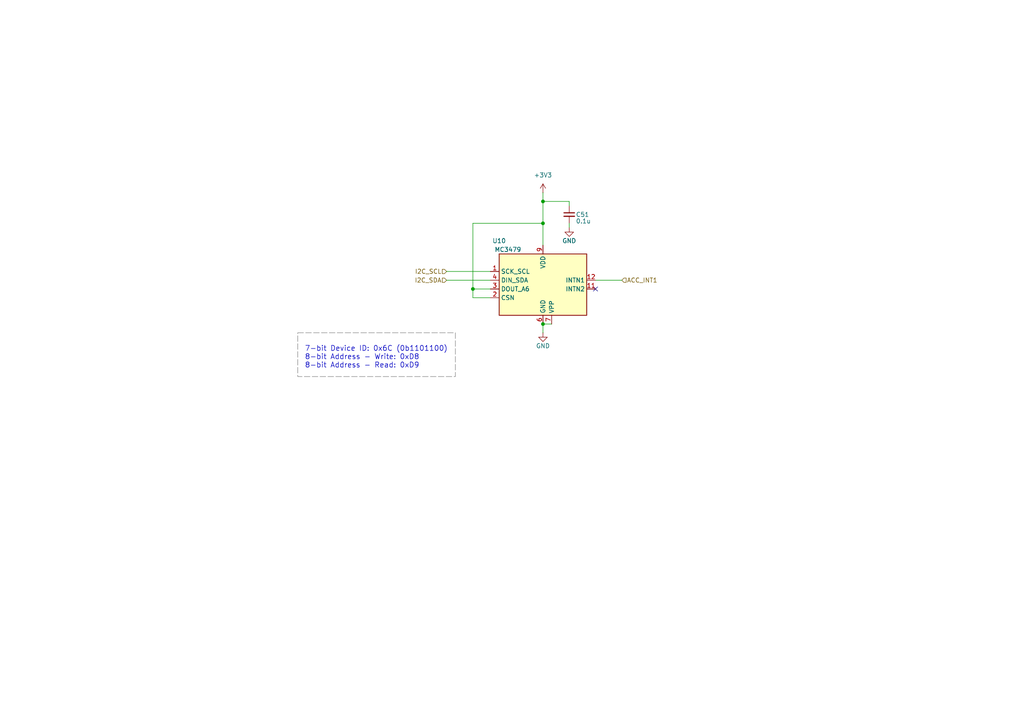
<source format=kicad_sch>
(kicad_sch (version 20250114) (generator "eeschema") (generator_version "9.0")
  (paper "A4")
  (lib_symbols
    (symbol "Device:C_Small" (pin_numbers (hide yes)) (pin_names (offset 0.254) (hide yes))
      (property "Reference" "C" (at 0.254 1.778 0))
      (property "Value" "C_Small" (at 0.254 -2.032 0))
      (symbol "C_Small_0_1"
        (polyline (pts (xy -1.524 0.508) (xy 1.524 0.508)) (stroke (width 0.3048)))
        (polyline (pts (xy -1.524 -0.508) (xy 1.524 -0.508)) (stroke (width 0.3302)))
      )
      (symbol "C_Small_1_1"
        (pin passive line (at 0 2.54 270) (length 2.032) (name "~") (number "1"))
        (pin passive line (at 0 -2.54 90) (length 2.032) (name "~") (number "2"))
      )
    )
    (symbol "My Libraries:MC3479"
      (property "Reference" "U" (at -10.16 12.7 0))
      (property "Value" "MC3479" (at -7.62 10.16 0))
      (symbol "MC3479_0_1"
        (rectangle (start -12.7 7.62) (end 12.7 -10.16) (stroke (width 0.254)) (fill (type background)))
      )
      (symbol "MC3479_1_1"
        (pin input line (at -15.24 2.54 0) (length 2.54) (name "SCK_SCL") (number "1"))
        (pin input line (at -15.24 0 0) (length 2.54) (name "DIN_SDA") (number "4"))
        (pin output line (at -15.24 -2.54 0) (length 2.54) (name "DOUT_A6") (number "3"))
        (pin input line (at -15.24 -5.08 0) (length 2.54) (name "CSN") (number "2"))
        (pin power_in line (at 0 10.16 270) (length 2.54) (name "VDD") (number "9"))
        (pin power_in line (at 0 -12.7 90) (length 2.54) (name "GND") (number "6"))
        (pin power_in line (at 2.54 -12.7 90) (length 2.54) (name "VPP") (number "7"))
        (pin no_connect line (at 15.24 5.08 180) (length 2.54) (hide yes) (name "NC") (number "5"))
        (pin output line (at 15.24 0 180) (length 2.54) (name "INTN1") (number "12"))
        (pin output line (at 15.24 -2.54 180) (length 2.54) (name "INTN2") (number "11"))
        (pin no_connect line (at 15.24 -5.08 180) (length 2.54) (hide yes) (name "NC") (number "8"))
        (pin no_connect line (at 15.24 -7.62 180) (length 2.54) (hide yes) (name "NC") (number "10"))
      )
    )
    (symbol "power:+3V3" (power) (pin_numbers (hide yes)) (pin_names (offset 0) (hide yes))
      (property "Value" "+3V3" (at 0 3.556 0))
      (symbol "+3V3_0_1"
        (polyline (pts (xy -0.762 1.27) (xy 0 2.54)))
        (polyline (pts (xy 0 2.54) (xy 0.762 1.27)))
        (polyline (pts (xy 0 0) (xy 0 2.54)))
      )
      (symbol "+3V3_1_1"
        (pin power_in line (at 0 0 90) (length 0) (name "~") (number "1"))
      )
    )
    (symbol "power:GND" (power) (pin_numbers (hide yes)) (pin_names (offset 0) (hide yes))
      (property "Value" "GND" (at 0 -3.81 0))
      (symbol "GND_0_1"
        (polyline (pts (xy 0 0) (xy 0 -1.27) (xy 1.27 -1.27) (xy 0 -2.54) (xy -1.27 -1.27) (xy 0 -1.27)))
      )
      (symbol "GND_1_1"
        (pin power_in line (at 0 0 270) (length 0) (name "~") (number "1"))
      )
    )
  )
  (rectangle (start 86.36 96.52) (end 132.08 109.22) (stroke (width 0) (type dash) (color 132 132 132 1)))
  (text "7-bit Device ID: 0x6C (0b1101100)\n8-bit Address - Write: 0xD8\n8-bit Address - Read: 0xD9" (at 88.392 103.632 0) (effects (font (size 1.5 1.5)) (justify left)))
  (junction (at 157.48 93.98) (diameter 0.9144))
  (junction (at 137.16 83.82))
  (junction (at 157.48 64.77))
  (junction (at 157.48 58.42) (diameter 0.9144))
  (no_connect (at 172.72 83.82))
  (wire (pts (xy 129.54 78.74) (xy 142.24 78.74)))
  (wire (pts (xy 137.16 86.36) (xy 137.16 83.82)))
  (wire (pts (xy 137.16 83.82) (xy 142.24 83.82)))
  (wire (pts (xy 142.24 86.36) (xy 137.16 86.36)))
  (wire (pts (xy 165.1 64.77) (xy 165.1 66.04)))
  (wire (pts (xy 157.48 58.42) (xy 165.1 58.42)))
  (wire (pts (xy 157.48 71.12) (xy 157.48 64.77)))
  (wire (pts (xy 165.1 58.42) (xy 165.1 59.69)))
  (wire (pts (xy 157.48 93.98) (xy 160.02 93.98)))
  (wire (pts (xy 137.16 83.82) (xy 137.16 64.77)))
  (wire (pts (xy 157.48 93.98) (xy 157.48 96.52)))
  (wire (pts (xy 157.48 64.77) (xy 157.48 58.42)))
  (wire (pts (xy 172.72 81.28) (xy 180.34 81.28)))
  (wire (pts (xy 157.48 55.88) (xy 157.48 58.42)))
  (wire (pts (xy 129.54 81.28) (xy 142.24 81.28)))
  (wire (pts (xy 137.16 64.77) (xy 157.48 64.77)))
  (hierarchical_label "ACC_INT1" (shape input) (at 180.34 81.28 0))
  (hierarchical_label "I2C_SCL" (shape input) (at 129.54 78.74 180))
  (hierarchical_label "I2C_SDA" (shape input) (at 129.54 81.28 180))
  (symbol (lib_id "power:+3V3") (at 157.48 55.88 0) (unit 1)
    (property "Reference" "#PWR083" (effects (hide yes)))
    (property "Value" "+3V3" (at 157.48 50.8 0))
    (property "Description" "Power symbol creates a global label with name \"+3V3\"" (effects (hide yes)))
  )
  (symbol (lib_id "power:GND") (at 165.1 66.04 0) (unit 1)
    (property "Reference" "#PWR085" (effects (hide yes)))
    (property "Value" "GND" (at 165.1 69.85 0))
    (property "Description" "Power symbol creates a global label with name \"GND\" , ground" (effects (hide yes)))
    (instances (project "BK4000TG_V3" (path "" (reference "#PWR0109") (unit 1))) (project "BK4000TG_V3" (path "" (reference "#PWR085") (unit 1))))
  )
  (symbol (lib_id "My Libraries:MC3479") (at 157.48 81.28 0) (unit 1)
    (property "Reference" "U12" (at 144.78 69.85 0))
    (property "Value" "MC3479" (at 147.32 72.39 0))
    (property "Footprint" "Package_LGA:LGA-12_2x2mm_P0.5mm" (effects (hide yes)))
    (property "Description" "3-Axis Accelerometer ±2, ±4, ±8, ±12, ±16g range 16-bit 4 μA, SPI, I2C" (effects (hide yes)))
    (instances (project "BK4000TG_V3" (path "" (reference "U10") (unit 1))) (project "BK4000TG_V3" (path "" (reference "U12") (unit 1))))
  )
  (symbol (lib_id "Device:C_Small") (at 165.1 62.23 0) (unit 1)
    (property "Reference" "C42" (at 167.005 62.2299 0) (effects (justify left)))
    (property "Value" "0.1u" (at 167.005 64.1349 0) (effects (justify left)))
    (property "Footprint" "Capacitor_SMD:C_0603_1608Metric" (effects (hide yes)))
    (property "Description" "Unpolarized capacitor, small symbol" (effects (hide yes)))
    (instances (project "BK4000TG_V3" (path "" (reference "C51") (unit 1))) (project "BK4000TG_V3" (path "" (reference "C42") (unit 1))))
  )
  (symbol (lib_id "power:GND") (at 157.48 96.52 0) (unit 1)
    (property "Reference" "#PWR084" (effects (hide yes)))
    (property "Value" "GND" (at 157.48 100.33 0))
    (property "Description" "Power symbol creates a global label with name \"GND\" , ground" (effects (hide yes)))
    (instances (project "BK4000TG_V3" (path "" (reference "#PWR0108") (unit 1))) (project "BK4000TG_V3" (path "" (reference "#PWR084") (unit 1))))
  )
)
</source>
